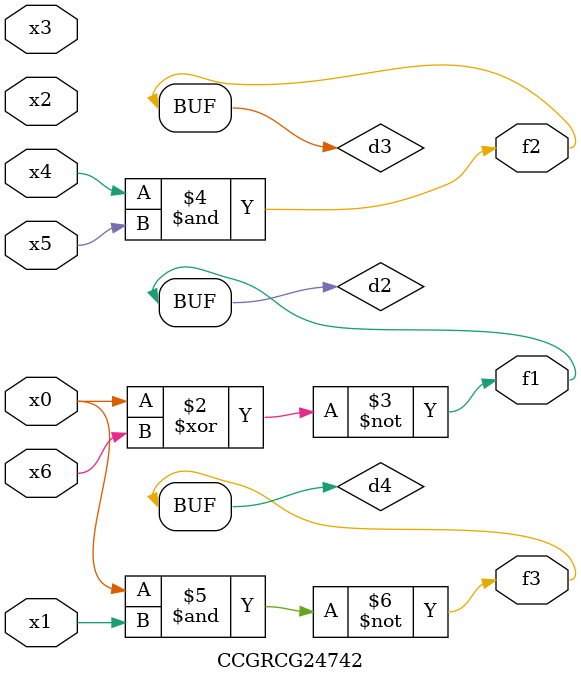
<source format=v>
module CCGRCG24742(
	input x0, x1, x2, x3, x4, x5, x6,
	output f1, f2, f3
);

	wire d1, d2, d3, d4;

	nor (d1, x0);
	xnor (d2, x0, x6);
	and (d3, x4, x5);
	nand (d4, x0, x1);
	assign f1 = d2;
	assign f2 = d3;
	assign f3 = d4;
endmodule

</source>
